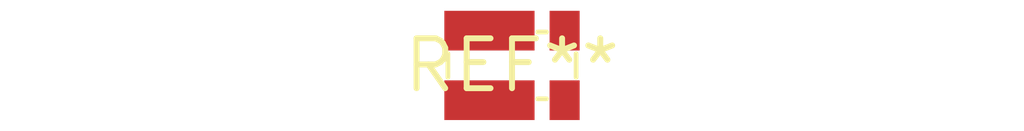
<source format=kicad_pcb>
(kicad_pcb (version 20240108) (generator pcbnew)
  (layers (0 "F.Cu" signal) (31 "B.Cu" signal) (34 "B.Paste" user) (35 "F.Paste" user) (36 "B.SilkS" user "B.Silkscreen") (37 "F.SilkS" user "F.Silkscreen") (38 "B.Mask" user) (39 "F.Mask" user) (44 "Edge.Cuts" user))
  (net 0 "")
  (footprint "R_Shunt_Vishay_WSKW0612" (layer "F.Cu") (at 0 0)
    (property "Reference" "REF**")
    (property "Value" "R_Shunt_Vishay_WSKW0612")
    (fp_line (start -1.625 0.3) (end -1.625 -0.3) (layer "F.SilkS") (stroke (width 0.12)))
    (fp_line (start 0.65 -0.85) (end 0.875 -0.85) (layer "F.SilkS") (stroke (width 0.12)))
    (fp_line (start 0.65 0.85) (end 0.875 0.85) (layer "F.SilkS") (stroke (width 0.12)))
    (fp_line (start 1.625 0.3) (end 1.625 -0.3) (layer "F.SilkS") (stroke (width 0.12)))
    (pad "1" smd rect (at -0.572 -0.885) (size 2.287 1.01) (layers "F.Cu" "F.Paste" "F.Mask"))
    (pad "2" smd rect (at 1.334 -0.885) (size 0.762 1.01) (layers "F.Cu" "F.Paste" "F.Mask"))
    (pad "3" smd rect (at 1.334 0.885) (size 0.762 1.01) (layers "F.Cu" "F.Paste" "F.Mask"))
    (pad "4" smd rect (at -0.5715 0.885) (size 2.287 1.01) (layers "F.Cu" "F.Paste" "F.Mask"))
  )
)
</source>
